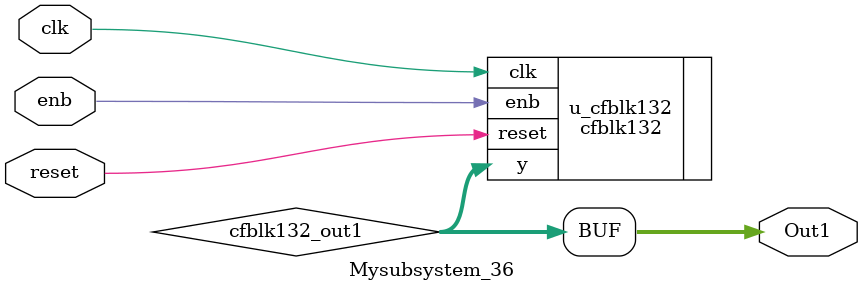
<source format=v>



`timescale 1 ns / 1 ns

module Mysubsystem_36
          (clk,
           reset,
           enb,
           Out1);


  input   clk;
  input   reset;
  input   enb;
  output  [15:0] Out1;  // uint16


  wire [15:0] cfblk132_out1;  // uint16


  cfblk132 u_cfblk132 (.clk(clk),
                       .reset(reset),
                       .enb(enb),
                       .y(cfblk132_out1)  // uint16
                       );

  assign Out1 = cfblk132_out1;

endmodule  // Mysubsystem_36


</source>
